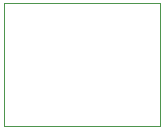
<source format=gbr>
%TF.GenerationSoftware,KiCad,Pcbnew,9.0.4*%
%TF.CreationDate,2026-01-26T22:01:20-06:00*%
%TF.ProjectId,BatteryBoard,42617474-6572-4794-926f-6172642e6b69,rev?*%
%TF.SameCoordinates,Original*%
%TF.FileFunction,Profile,NP*%
%FSLAX46Y46*%
G04 Gerber Fmt 4.6, Leading zero omitted, Abs format (unit mm)*
G04 Created by KiCad (PCBNEW 9.0.4) date 2026-01-26 22:01:20*
%MOMM*%
%LPD*%
G01*
G04 APERTURE LIST*
%TA.AperFunction,Profile*%
%ADD10C,0.050000*%
%TD*%
G04 APERTURE END LIST*
D10*
X67600000Y-51150000D02*
X67600000Y-40800000D01*
X67600000Y-51150000D02*
X80750000Y-51150000D01*
X80750000Y-40800000D02*
X80750000Y-51150000D01*
X67600000Y-40800000D02*
X80750000Y-40800000D01*
M02*

</source>
